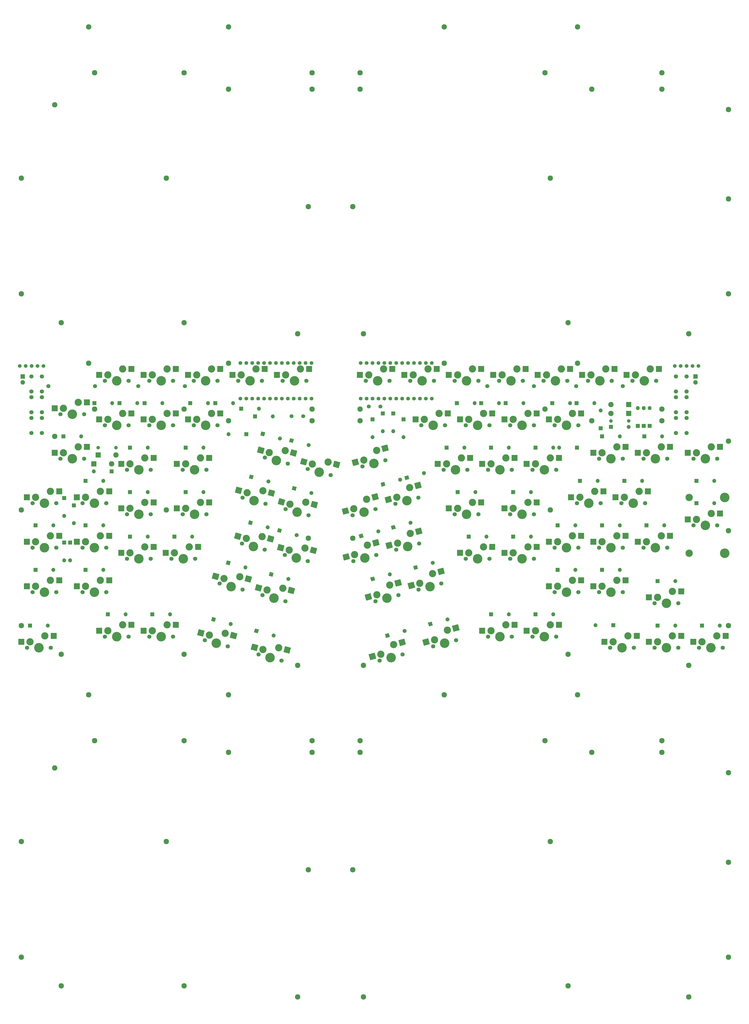
<source format=gbs>
%TF.GenerationSoftware,KiCad,Pcbnew,(5.1.6-0-10_14)*%
%TF.CreationDate,2020-09-04T13:20:55+09:00*%
%TF.ProjectId,Right,52696768-742e-46b6-9963-61645f706362,rev?*%
%TF.SameCoordinates,Original*%
%TF.FileFunction,Soldermask,Bot*%
%TF.FilePolarity,Negative*%
%FSLAX46Y46*%
G04 Gerber Fmt 4.6, Leading zero omitted, Abs format (unit mm)*
G04 Created by KiCad (PCBNEW (5.1.6-0-10_14)) date 2020-09-04 13:20:55*
%MOMM*%
%LPD*%
G01*
G04 APERTURE LIST*
%ADD10C,1.624000*%
%ADD11C,1.750000*%
%ADD12C,1.800000*%
%ADD13C,1.900000*%
%ADD14R,1.900000X1.900000*%
%ADD15C,1.600000*%
%ADD16C,2.300000*%
%ADD17O,1.700000X1.700000*%
%ADD18R,1.700000X1.700000*%
%ADD19R,2.650000X2.600000*%
%ADD20C,3.100000*%
%ADD21C,4.087800*%
%ADD22C,1.801800*%
%ADD23C,3.148000*%
%ADD24O,1.500000X1.500000*%
%ADD25C,1.500000*%
%ADD26O,2.300000X2.300000*%
%ADD27R,2.300000X2.300000*%
%ADD28C,0.100000*%
%ADD29C,1.700000*%
G04 APERTURE END LIST*
D10*
%TO.C,BPM1*%
X226365000Y-7620000D03*
X226365000Y7620000D03*
X223825000Y-7620400D03*
X221285000Y-7620400D03*
X218745000Y-7620400D03*
X216205000Y-7620400D03*
X213665000Y-7620400D03*
X211125000Y-7620400D03*
X208585000Y-7620400D03*
X206045000Y-7620400D03*
X203505000Y-7620400D03*
X200965000Y-7620400D03*
X198425000Y-7620400D03*
X195885000Y-7620400D03*
X195885000Y7619600D03*
X198425000Y7619600D03*
X200965000Y7619600D03*
X203505000Y7619600D03*
X206045000Y7619600D03*
X208585000Y7619600D03*
X211125000Y7619600D03*
X213665000Y7619600D03*
X216205000Y7619600D03*
X218745000Y7619600D03*
X221285000Y7619600D03*
X223825000Y7619600D03*
%TD*%
%TO.C,BPM2*%
X247385000Y7620000D03*
X247385000Y-7620000D03*
X249925000Y7620400D03*
X252465000Y7620400D03*
X255005000Y7620400D03*
X257545000Y7620400D03*
X260085000Y7620400D03*
X262625000Y7620400D03*
X265165000Y7620400D03*
X267705000Y7620400D03*
X270245000Y7620400D03*
X272785000Y7620400D03*
X275325000Y7620400D03*
X277865000Y7620400D03*
X277865000Y-7619600D03*
X275325000Y-7619600D03*
X272785000Y-7619600D03*
X270245000Y-7619600D03*
X267705000Y-7619600D03*
X265165000Y-7619600D03*
X262625000Y-7619600D03*
X260085000Y-7619600D03*
X257545000Y-7619600D03*
X255005000Y-7619600D03*
X252465000Y-7619600D03*
X249925000Y-7619600D03*
%TD*%
D11*
%TO.C,U1*%
X152100000Y-2290000D03*
X172100000Y-2290000D03*
%TD*%
%TO.C,U2*%
X113570000Y-2290000D03*
X133570000Y-2290000D03*
%TD*%
%TO.C,U4*%
X321660000Y-2290000D03*
X301660000Y-2290000D03*
%TD*%
%TO.C,U3*%
X359760000Y-2290000D03*
X339760000Y-2290000D03*
%TD*%
D12*
%TO.C,SW1005*%
X387085000Y-15875000D03*
X387085000Y-22375000D03*
X382585000Y-15875000D03*
X382585000Y-22375000D03*
%TD*%
%TO.C,SW1004*%
X387085000Y-6985000D03*
X387085000Y-13485000D03*
X382585000Y-6985000D03*
X382585000Y-13485000D03*
%TD*%
%TO.C,SW1003*%
X387085000Y1905000D03*
X387085000Y-4595000D03*
X382585000Y1905000D03*
X382585000Y-4595000D03*
%TD*%
%TO.C,SW1002*%
X110795000Y1905000D03*
X110795000Y-4595000D03*
X106295000Y1905000D03*
X106295000Y-4595000D03*
%TD*%
%TO.C,SW1001*%
X110795000Y-6985000D03*
X110795000Y-13485000D03*
X106295000Y-6985000D03*
X106295000Y-13485000D03*
%TD*%
%TO.C,SW1000*%
X110795000Y-15875000D03*
X110795000Y-22375000D03*
X106295000Y-15875000D03*
X106295000Y-22375000D03*
%TD*%
D13*
%TO.C,LED2*%
X390895000Y-635000D03*
D14*
X390895000Y1905000D03*
%TD*%
D13*
%TO.C,LED1*%
X102540000Y-635000D03*
D14*
X102540000Y1905000D03*
%TD*%
D15*
%TO.C,SWITCH1*%
X382005000Y6350000D03*
X384545000Y6350000D03*
X387085000Y6350000D03*
X389625000Y6350000D03*
X392165000Y6350000D03*
%TD*%
D16*
%TO.C,REF\u002A\u002A*%
X346445000Y-159105000D03*
%TD*%
%TO.C,REF\u002A\u002A*%
X326425000Y-154105000D03*
%TD*%
%TO.C,REF\u002A\u002A*%
X247162500Y-159105000D03*
%TD*%
%TO.C,REF\u002A\u002A*%
X376512500Y-159105000D03*
%TD*%
%TO.C,REF\u002A\u002A*%
X376512500Y-154105000D03*
%TD*%
%TO.C,REF\u002A\u002A*%
X171700000Y-154105000D03*
%TD*%
%TO.C,REF\u002A\u002A*%
X226587500Y-159105000D03*
%TD*%
%TO.C,REF\u002A\u002A*%
X190805000Y-159105000D03*
%TD*%
%TO.C,REF\u002A\u002A*%
X133350000Y-154105000D03*
%TD*%
%TO.C,REF\u002A\u002A*%
X116287500Y118187500D03*
%TD*%
D17*
%TO.C,D61*%
X261355000Y-21590000D03*
D18*
X261355000Y-13970000D03*
%TD*%
D16*
%TO.C,REF\u002A\u002A*%
X226587500Y124895000D03*
%TD*%
%TO.C,REF\u002A\u002A*%
X226587500Y131895000D03*
%TD*%
%TO.C,REF\u002A\u002A*%
X190805000Y151525000D03*
%TD*%
%TO.C,REF\u002A\u002A*%
X130810000Y151525000D03*
%TD*%
%TO.C,REF\u002A\u002A*%
X133350000Y131895000D03*
%TD*%
%TO.C,REF\u002A\u002A*%
X102000000Y86755000D03*
%TD*%
%TO.C,REF\u002A\u002A*%
X102000000Y37225000D03*
%TD*%
%TO.C,REF\u002A\u002A*%
X119050000Y24937500D03*
%TD*%
%TO.C,REF\u002A\u002A*%
X171755000Y24937500D03*
%TD*%
%TO.C,REF\u002A\u002A*%
X220393243Y20175000D03*
%TD*%
%TO.C,REF\u002A\u002A*%
X164135000Y86755000D03*
%TD*%
%TO.C,REF\u002A\u002A*%
X171700000Y131895000D03*
%TD*%
%TO.C,REF\u002A\u002A*%
X190805000Y124895000D03*
%TD*%
%TO.C,REF\u002A\u002A*%
X224948358Y74601757D03*
%TD*%
%TO.C,REF\u002A\u002A*%
X116287500Y-165812500D03*
%TD*%
D19*
%TO.C,SW0*%
X130102500Y-9207500D03*
D20*
X126352500Y-9207500D03*
X120002500Y-11747500D03*
D21*
X123812500Y-14287500D03*
D22*
X128892500Y-14287500D03*
X118732500Y-14287500D03*
D19*
X116252500Y-11747500D03*
%TD*%
D16*
%TO.C,REF\u002A\u002A*%
X116287500Y-23812500D03*
%TD*%
%TO.C,REF\u002A\u002A*%
X226587500Y-154105000D03*
%TD*%
%TO.C,REF\u002A\u002A*%
X190805000Y-134475000D03*
%TD*%
%TO.C,REF\u002A\u002A*%
X130810000Y-134475000D03*
%TD*%
%TO.C,REF\u002A\u002A*%
X102000000Y-197245000D03*
%TD*%
%TO.C,REF\u002A\u002A*%
X102000000Y-246775000D03*
%TD*%
%TO.C,REF\u002A\u002A*%
X119050000Y-259062500D03*
%TD*%
%TO.C,REF\u002A\u002A*%
X171755000Y-259062500D03*
%TD*%
%TO.C,REF\u002A\u002A*%
X220393243Y-263825000D03*
%TD*%
%TO.C,REF\u002A\u002A*%
X164135000Y-197245000D03*
%TD*%
%TO.C,REF\u002A\u002A*%
X224948358Y-209398243D03*
%TD*%
%TO.C,REF\u002A\u002A*%
X224948358Y-67398243D03*
%TD*%
%TO.C,REF\u002A\u002A*%
X190805000Y-17105000D03*
%TD*%
%TO.C,REF\u002A\u002A*%
X171700000Y-12105000D03*
%TD*%
%TO.C,REF\u002A\u002A*%
X164135000Y-55245000D03*
%TD*%
%TO.C,REF\u002A\u002A*%
X220393243Y-121825000D03*
%TD*%
%TO.C,REF\u002A\u002A*%
X171755000Y-117062500D03*
%TD*%
%TO.C,REF\u002A\u002A*%
X119050000Y-117062500D03*
%TD*%
%TO.C,REF\u002A\u002A*%
X102000000Y-104775000D03*
%TD*%
%TO.C,REF\u002A\u002A*%
X102000000Y-55245000D03*
%TD*%
%TO.C,REF\u002A\u002A*%
X133350000Y-12105000D03*
%TD*%
%TO.C,REF\u002A\u002A*%
X130810000Y7525000D03*
%TD*%
%TO.C,REF\u002A\u002A*%
X190805000Y7525000D03*
%TD*%
%TO.C,REF\u002A\u002A*%
X226587500Y-12105000D03*
%TD*%
%TO.C,REF\u002A\u002A*%
X226587500Y-17105000D03*
%TD*%
D21*
%TO.C,REF\u002A\u002A*%
X403436000Y-73850500D03*
X403436000Y-49974500D03*
D23*
X388196000Y-49974500D03*
X388196000Y-73850500D03*
%TD*%
D19*
%TO.C,SW43*%
X177727500Y-71120000D03*
D20*
X173977500Y-71120000D03*
X167627500Y-73660000D03*
D21*
X171437500Y-76200000D03*
D22*
X176517500Y-76200000D03*
X166357500Y-76200000D03*
D19*
X163877500Y-73660000D03*
%TD*%
D24*
%TO.C,R1*%
X142545000Y-28575000D03*
D25*
X134925000Y-28575000D03*
%TD*%
D26*
%TO.C,DD1*%
X142545000Y-31750000D03*
D27*
X134925000Y-31750000D03*
%TD*%
%TO.C,DD2*%
X133020000Y-35560000D03*
D26*
X140640000Y-35560000D03*
%TD*%
D28*
%TO.C,SW14*%
G36*
X217049014Y-31785259D02*
G01*
X217721943Y-29273852D01*
X220281646Y-29959723D01*
X219608717Y-32471130D01*
X217049014Y-31785259D01*
G37*
D20*
X215043108Y-29901919D03*
X208252079Y-30711870D03*
D21*
X211274856Y-34151422D03*
D22*
X216181759Y-35466223D03*
X206367953Y-32836621D03*
D28*
G36*
X203013541Y-30654066D02*
G01*
X203686470Y-28142659D01*
X206246173Y-28828530D01*
X205573244Y-31339937D01*
X203013541Y-30654066D01*
G37*
%TD*%
D19*
%TO.C,SW13*%
X187252500Y-13970000D03*
D20*
X183502500Y-13970000D03*
X177152500Y-16510000D03*
D21*
X180962500Y-19050000D03*
D22*
X186042500Y-19050000D03*
X175882500Y-19050000D03*
D19*
X173402500Y-16510000D03*
%TD*%
%TO.C,SW42*%
X158677500Y-71120000D03*
D20*
X154927500Y-71120000D03*
X148577500Y-73660000D03*
D21*
X152387500Y-76200000D03*
D22*
X157467500Y-76200000D03*
X147307500Y-76200000D03*
D19*
X144827500Y-73660000D03*
%TD*%
%TO.C,SW41*%
X139627500Y-85407500D03*
D20*
X135877500Y-85407500D03*
X129527500Y-87947500D03*
D21*
X133337500Y-90487500D03*
D22*
X138417500Y-90487500D03*
X128257500Y-90487500D03*
D19*
X125777500Y-87947500D03*
%TD*%
%TO.C,SW40*%
X118196000Y-85407500D03*
D20*
X114446000Y-85407500D03*
X108096000Y-87947500D03*
D21*
X111906000Y-90487500D03*
D22*
X116986000Y-90487500D03*
X106826000Y-90487500D03*
D19*
X104346000Y-87947500D03*
%TD*%
%TO.C,D45*%
G36*
G01*
X215608404Y-84617621D02*
X215608404Y-84617621D01*
G75*
G02*
X216649437Y-84016580I821037J-219996D01*
G01*
X216649437Y-84016580D01*
G75*
G02*
X217250478Y-85057613I-219996J-821037D01*
G01*
X217250478Y-85057613D01*
G75*
G02*
X216209445Y-85658654I-821037J219996D01*
G01*
X216209445Y-85658654D01*
G75*
G02*
X215608404Y-84617621I219996J821037D01*
G01*
G37*
D28*
G36*
X208028053Y-83466457D02*
G01*
X208468045Y-81824383D01*
X210110119Y-82264375D01*
X209670127Y-83906449D01*
X208028053Y-83466457D01*
G37*
%TD*%
%TO.C,D44*%
G36*
G01*
X197207517Y-79687118D02*
X197207517Y-79687118D01*
G75*
G02*
X198248550Y-79086077I821037J-219996D01*
G01*
X198248550Y-79086077D01*
G75*
G02*
X198849591Y-80127110I-219996J-821037D01*
G01*
X198849591Y-80127110D01*
G75*
G02*
X197808558Y-80728151I-821037J219996D01*
G01*
X197808558Y-80728151D01*
G75*
G02*
X197207517Y-79687118I219996J821037D01*
G01*
G37*
G36*
X189627166Y-78535954D02*
G01*
X190067158Y-76893880D01*
X191709232Y-77333872D01*
X191269240Y-78975946D01*
X189627166Y-78535954D01*
G37*
%TD*%
D17*
%TO.C,D43*%
X175247500Y-66675000D03*
D18*
X167627500Y-66675000D03*
%TD*%
D17*
%TO.C,D41*%
X137147500Y-80962500D03*
D18*
X129527500Y-80962500D03*
%TD*%
D17*
%TO.C,D40*%
X115716000Y-80962500D03*
D18*
X108096000Y-80962500D03*
%TD*%
%TO.C,D22*%
X148577500Y-28575000D03*
D17*
X156197500Y-28575000D03*
%TD*%
D19*
%TO.C,SW22*%
X158677500Y-33020000D03*
D20*
X154927500Y-33020000D03*
X148577500Y-35560000D03*
D21*
X152387500Y-38100000D03*
D22*
X157467500Y-38100000D03*
X147307500Y-38100000D03*
D19*
X144827500Y-35560000D03*
%TD*%
%TO.C,SW51*%
X149152500Y-104457500D03*
D20*
X145402500Y-104457500D03*
X139052500Y-106997500D03*
D21*
X142862500Y-109537500D03*
D22*
X147942500Y-109537500D03*
X137782500Y-109537500D03*
D19*
X135302500Y-106997500D03*
%TD*%
D18*
%TO.C,D30*%
X108096000Y-61912500D03*
D17*
X115716000Y-61912500D03*
%TD*%
D19*
%TO.C,SW11*%
X149152500Y-13970000D03*
D20*
X145402500Y-13970000D03*
X139052500Y-16510000D03*
D21*
X142862500Y-19050000D03*
D22*
X147942500Y-19050000D03*
X137782500Y-19050000D03*
D19*
X135302500Y-16510000D03*
%TD*%
%TO.C,SW50*%
X115815000Y-109220000D03*
D20*
X112065000Y-109220000D03*
X105715000Y-111760000D03*
D21*
X109525000Y-114300000D03*
D22*
X114605000Y-114300000D03*
X104445000Y-114300000D03*
D19*
X101965000Y-111760000D03*
%TD*%
%TO.C,SW23*%
X182490000Y-33020000D03*
D20*
X178740000Y-33020000D03*
X172390000Y-35560000D03*
D21*
X176200000Y-38100000D03*
D22*
X181280000Y-38100000D03*
X171120000Y-38100000D03*
D19*
X168640000Y-35560000D03*
%TD*%
D18*
%TO.C,D51*%
X139052500Y-100012500D03*
D17*
X146672500Y-100012500D03*
%TD*%
D19*
%TO.C,SW32*%
X158677500Y-52070000D03*
D20*
X154927500Y-52070000D03*
X148577500Y-54610000D03*
D21*
X152387500Y-57150000D03*
D22*
X157467500Y-57150000D03*
X147307500Y-57150000D03*
D19*
X144827500Y-54610000D03*
%TD*%
D28*
%TO.C,D35*%
G36*
X211578967Y-64701041D02*
G01*
X212018959Y-63058967D01*
X213661033Y-63498959D01*
X213221041Y-65141033D01*
X211578967Y-64701041D01*
G37*
G36*
G01*
X219159318Y-65852205D02*
X219159318Y-65852205D01*
G75*
G02*
X220200351Y-65251164I821037J-219996D01*
G01*
X220200351Y-65251164D01*
G75*
G02*
X220801392Y-66292197I-219996J-821037D01*
G01*
X220801392Y-66292197D01*
G75*
G02*
X219760359Y-66893238I-821037J219996D01*
G01*
X219760359Y-66893238D01*
G75*
G02*
X219159318Y-65852205I219996J821037D01*
G01*
G37*
%TD*%
D19*
%TO.C,SW21*%
X139627500Y-47307500D03*
D20*
X135877500Y-47307500D03*
X129527500Y-49847500D03*
D21*
X133337500Y-52387500D03*
D22*
X138417500Y-52387500D03*
X128257500Y-52387500D03*
D19*
X125777500Y-49847500D03*
%TD*%
%TO.C,SW33*%
X182490000Y-52070000D03*
D20*
X178740000Y-52070000D03*
X172390000Y-54610000D03*
D21*
X176200000Y-57150000D03*
D22*
X181280000Y-57150000D03*
X171120000Y-57150000D03*
D19*
X168640000Y-54610000D03*
%TD*%
%TO.C,SW31*%
X139627500Y-66357500D03*
D20*
X135877500Y-66357500D03*
X129527500Y-68897500D03*
D21*
X133337500Y-71437500D03*
D22*
X138417500Y-71437500D03*
X128257500Y-71437500D03*
D19*
X125777500Y-68897500D03*
%TD*%
%TO.C,SW10*%
X130102500Y-28257500D03*
D20*
X126352500Y-28257500D03*
X120002500Y-30797500D03*
D21*
X123812500Y-33337500D03*
D22*
X128892500Y-33337500D03*
X118732500Y-33337500D03*
D19*
X116252500Y-30797500D03*
%TD*%
D18*
%TO.C,D20*%
X120320000Y-50165000D03*
D17*
X120320000Y-57785000D03*
%TD*%
%TO.C,D52*%
X165722500Y-100012500D03*
D18*
X158102500Y-100012500D03*
%TD*%
%TO.C,D32*%
X148577500Y-47625000D03*
D17*
X156197500Y-47625000D03*
%TD*%
%TO.C,D4*%
X203822500Y-11906250D03*
D18*
X196202500Y-11906250D03*
%TD*%
D28*
%TO.C,D53*%
G36*
X183301759Y-102769689D02*
G01*
X183741751Y-101127615D01*
X185383825Y-101567607D01*
X184943833Y-103209681D01*
X183301759Y-102769689D01*
G37*
G36*
G01*
X190882110Y-103920853D02*
X190882110Y-103920853D01*
G75*
G02*
X191923143Y-103319812I821037J-219996D01*
G01*
X191923143Y-103319812D01*
G75*
G02*
X192524184Y-104360845I-219996J-821037D01*
G01*
X192524184Y-104360845D01*
G75*
G02*
X191483151Y-104961886I-821037J219996D01*
G01*
X191483151Y-104961886D01*
G75*
G02*
X190882110Y-103920853I219996J821037D01*
G01*
G37*
%TD*%
D18*
%TO.C,D33*%
X172390000Y-47625000D03*
D17*
X180010000Y-47625000D03*
%TD*%
D18*
%TO.C,D23*%
X172390000Y-28575000D03*
D17*
X180010000Y-28575000D03*
%TD*%
%TO.C,D13*%
X190805000Y-22860000D03*
D18*
X198425000Y-22860000D03*
%TD*%
D17*
%TO.C,D3*%
X192710000Y-9525000D03*
D18*
X185090000Y-9525000D03*
%TD*%
D28*
%TO.C,D54*%
G36*
X201702163Y-107700062D02*
G01*
X202142155Y-106057988D01*
X203784229Y-106497980D01*
X203344237Y-108140054D01*
X201702163Y-107700062D01*
G37*
G36*
G01*
X209282514Y-108851226D02*
X209282514Y-108851226D01*
G75*
G02*
X210323547Y-108250185I821037J-219996D01*
G01*
X210323547Y-108250185D01*
G75*
G02*
X210924588Y-109291218I-219996J-821037D01*
G01*
X210924588Y-109291218D01*
G75*
G02*
X209883555Y-109892259I-821037J219996D01*
G01*
X209883555Y-109892259D01*
G75*
G02*
X209282514Y-108851226I219996J821037D01*
G01*
G37*
%TD*%
%TO.C,D14*%
G36*
G01*
X211999026Y-24484457D02*
X211999026Y-24484457D01*
G75*
G02*
X213040059Y-23883416I821037J-219996D01*
G01*
X213040059Y-23883416D01*
G75*
G02*
X213641100Y-24924449I-219996J-821037D01*
G01*
X213641100Y-24924449D01*
G75*
G02*
X212600067Y-25525490I-821037J219996D01*
G01*
X212600067Y-25525490D01*
G75*
G02*
X211999026Y-24484457I219996J821037D01*
G01*
G37*
G36*
X204418675Y-23333293D02*
G01*
X204858667Y-21691219D01*
X206500741Y-22131211D01*
X206060749Y-23773285D01*
X204418675Y-23333293D01*
G37*
%TD*%
D19*
%TO.C,SW30*%
X118196000Y-66357500D03*
D20*
X114446000Y-66357500D03*
X108096000Y-68897500D03*
D21*
X111906000Y-71437500D03*
D22*
X116986000Y-71437500D03*
X106826000Y-71437500D03*
D19*
X104346000Y-68897500D03*
%TD*%
%TO.C,SW20*%
X118196000Y-47307500D03*
D20*
X114446000Y-47307500D03*
X108096000Y-49847500D03*
D21*
X111906000Y-52387500D03*
D22*
X116986000Y-52387500D03*
X106826000Y-52387500D03*
D19*
X104346000Y-49847500D03*
%TD*%
D17*
%TO.C,D12*%
X181994375Y-9525000D03*
D18*
X174374375Y-9525000D03*
%TD*%
D19*
%TO.C,SW3*%
X187252500Y5080000D03*
D20*
X183502500Y5080000D03*
X177152500Y2540000D03*
D21*
X180962500Y0D03*
D22*
X186042500Y0D03*
X175882500Y0D03*
D19*
X173402500Y2540000D03*
%TD*%
%TO.C,SW52*%
X168202500Y-104457500D03*
D20*
X164452500Y-104457500D03*
X158102500Y-106997500D03*
D21*
X161912500Y-109537500D03*
D22*
X166992500Y-109537500D03*
X156832500Y-109537500D03*
D19*
X154352500Y-106997500D03*
%TD*%
D17*
%TO.C,D2*%
X162388750Y-9525000D03*
D18*
X154768750Y-9525000D03*
%TD*%
D28*
%TO.C,D25*%
G36*
X217889059Y-46664683D02*
G01*
X218329051Y-45022609D01*
X219971125Y-45462601D01*
X219531133Y-47104675D01*
X217889059Y-46664683D01*
G37*
G36*
G01*
X225469410Y-47815847D02*
X225469410Y-47815847D01*
G75*
G02*
X226510443Y-47214806I821037J-219996D01*
G01*
X226510443Y-47214806D01*
G75*
G02*
X227111484Y-48255839I-219996J-821037D01*
G01*
X227111484Y-48255839D01*
G75*
G02*
X226070451Y-48856880I-821037J219996D01*
G01*
X226070451Y-48856880D01*
G75*
G02*
X225469410Y-47815847I219996J821037D01*
G01*
G37*
%TD*%
%TO.C,D15*%
G36*
X216718967Y-26161041D02*
G01*
X217158959Y-24518967D01*
X218801033Y-24958959D01*
X218361041Y-26601033D01*
X216718967Y-26161041D01*
G37*
G36*
G01*
X224299318Y-27312205D02*
X224299318Y-27312205D01*
G75*
G02*
X225340351Y-26711164I821037J-219996D01*
G01*
X225340351Y-26711164D01*
G75*
G02*
X225941392Y-27752197I-219996J-821037D01*
G01*
X225941392Y-27752197D01*
G75*
G02*
X224900359Y-28353238I-821037J219996D01*
G01*
X224900359Y-28353238D01*
G75*
G02*
X224299318Y-27312205I219996J821037D01*
G01*
G37*
%TD*%
D17*
%TO.C,D5*%
X209728000Y-15240000D03*
D18*
X202108000Y-15240000D03*
%TD*%
D28*
%TO.C,D34*%
G36*
X199157891Y-61367693D02*
G01*
X199597883Y-59725619D01*
X201239957Y-60165611D01*
X200799965Y-61807685D01*
X199157891Y-61367693D01*
G37*
G36*
G01*
X206738242Y-62518857D02*
X206738242Y-62518857D01*
G75*
G02*
X207779275Y-61917816I821037J-219996D01*
G01*
X207779275Y-61917816D01*
G75*
G02*
X208380316Y-62958849I-219996J-821037D01*
G01*
X208380316Y-62958849D01*
G75*
G02*
X207339283Y-63559890I-821037J219996D01*
G01*
X207339283Y-63559890D01*
G75*
G02*
X206738242Y-62518857I219996J821037D01*
G01*
G37*
%TD*%
%TO.C,D24*%
G36*
X199488172Y-41734180D02*
G01*
X199928164Y-40092106D01*
X201570238Y-40532098D01*
X201130246Y-42174172D01*
X199488172Y-41734180D01*
G37*
G36*
G01*
X207068523Y-42885344D02*
X207068523Y-42885344D01*
G75*
G02*
X208109556Y-42284303I821037J-219996D01*
G01*
X208109556Y-42284303D01*
G75*
G02*
X208710597Y-43325336I-219996J-821037D01*
G01*
X208710597Y-43325336D01*
G75*
G02*
X207669564Y-43926377I-821037J219996D01*
G01*
X207669564Y-43926377D01*
G75*
G02*
X207068523Y-42885344I219996J821037D01*
G01*
G37*
%TD*%
D17*
%TO.C,D0*%
X133020000Y-38735000D03*
D18*
X140640000Y-38735000D03*
%TD*%
D29*
%TO.C,C1*%
X217758200Y-15189200D03*
X222758200Y-15189200D03*
%TD*%
D18*
%TO.C,D10*%
X120002500Y-23812500D03*
D17*
X127622500Y-23812500D03*
%TD*%
%TO.C,D11*%
X151673125Y-9525000D03*
D18*
X144053125Y-9525000D03*
%TD*%
D17*
%TO.C,D1*%
X140957500Y-9525000D03*
D18*
X133337500Y-9525000D03*
%TD*%
%TO.C,D50*%
X105714700Y-104775000D03*
D17*
X113334700Y-104775000D03*
%TD*%
D18*
%TO.C,D31*%
X129527500Y-61912500D03*
D17*
X137147500Y-61912500D03*
%TD*%
D18*
%TO.C,D21*%
X129527500Y-42862500D03*
D17*
X137147500Y-42862500D03*
%TD*%
D28*
%TO.C,SW44*%
G36*
X197657283Y-85755294D02*
G01*
X198330212Y-83243887D01*
X200889915Y-83929758D01*
X200216986Y-86441165D01*
X197657283Y-85755294D01*
G37*
D20*
X195651377Y-83871954D03*
X188860348Y-84681905D03*
D21*
X191883125Y-88121457D03*
D22*
X196790028Y-89436258D03*
X186976222Y-86806656D03*
D28*
G36*
X183621810Y-84624101D02*
G01*
X184294739Y-82112694D01*
X186854442Y-82798565D01*
X186181513Y-85309972D01*
X183621810Y-84624101D01*
G37*
%TD*%
%TO.C,SW45*%
G36*
X216058170Y-90685797D02*
G01*
X216731099Y-88174390D01*
X219290802Y-88860261D01*
X218617873Y-91371668D01*
X216058170Y-90685797D01*
G37*
D20*
X214052264Y-88802457D03*
X207261235Y-89612408D03*
D21*
X210284012Y-93051960D03*
D22*
X215190915Y-94366761D03*
X205377109Y-91737159D03*
D28*
G36*
X202022697Y-89554604D02*
G01*
X202695626Y-87043197D01*
X205255329Y-87729068D01*
X204582400Y-90240475D01*
X202022697Y-89554604D01*
G37*
%TD*%
D17*
%TO.C,D42*%
X156197500Y-66675000D03*
D18*
X148577500Y-66675000D03*
%TD*%
D28*
%TO.C,SW24*%
G36*
X207518289Y-48953520D02*
G01*
X208191218Y-46442113D01*
X210750921Y-47127984D01*
X210077992Y-49639391D01*
X207518289Y-48953520D01*
G37*
D20*
X205512383Y-47070180D03*
X198721354Y-47880131D03*
D21*
X201744131Y-51319683D03*
D22*
X206651034Y-52634484D03*
X196837228Y-50004882D03*
D28*
G36*
X193482816Y-47822327D02*
G01*
X194155745Y-45310920D01*
X196715448Y-45996791D01*
X196042519Y-48508198D01*
X193482816Y-47822327D01*
G37*
%TD*%
D18*
%TO.C,D1000*%
X124460000Y-53340000D03*
D17*
X124460000Y-60960000D03*
%TD*%
D28*
%TO.C,SW35*%
G36*
X225588895Y-73517536D02*
G01*
X226261824Y-71006129D01*
X228821527Y-71692000D01*
X228148598Y-74203407D01*
X225588895Y-73517536D01*
G37*
D20*
X223582989Y-71634196D03*
X216791960Y-72444147D03*
D21*
X219814737Y-75883699D03*
D22*
X224721640Y-77198500D03*
X214907834Y-74568898D03*
D28*
G36*
X211553422Y-72386343D02*
G01*
X212226351Y-69874936D01*
X214786054Y-70560807D01*
X214113125Y-73072214D01*
X211553422Y-72386343D01*
G37*
%TD*%
D19*
%TO.C,SW2*%
X168202500Y5080000D03*
D20*
X164452500Y5080000D03*
X158102500Y2540000D03*
D21*
X161912500Y0D03*
D22*
X166992500Y0D03*
X156832500Y0D03*
D19*
X154352500Y2540000D03*
%TD*%
D28*
%TO.C,SW25*%
G36*
X225919176Y-53884023D02*
G01*
X226592105Y-51372616D01*
X229151808Y-52058487D01*
X228478879Y-54569894D01*
X225919176Y-53884023D01*
G37*
D20*
X223913270Y-52000683D03*
X217122241Y-52810634D03*
D21*
X220145018Y-56250186D03*
D22*
X225051921Y-57564987D03*
X215238115Y-54935385D03*
D28*
G36*
X211883703Y-52752830D02*
G01*
X212556632Y-50241423D01*
X215116335Y-50927294D01*
X214443406Y-53438701D01*
X211883703Y-52752830D01*
G37*
%TD*%
D19*
%TO.C,SW4*%
X206302500Y5080000D03*
D20*
X202552500Y5080000D03*
X196202500Y2540000D03*
D21*
X200012500Y0D03*
D22*
X205092500Y0D03*
X194932500Y0D03*
D19*
X192452500Y2540000D03*
%TD*%
D28*
%TO.C,SW34*%
G36*
X207188008Y-68587033D02*
G01*
X207860937Y-66075626D01*
X210420640Y-66761497D01*
X209747711Y-69272904D01*
X207188008Y-68587033D01*
G37*
D20*
X205182102Y-66703693D03*
X198391073Y-67513644D03*
D21*
X201413850Y-70953196D03*
D22*
X206320753Y-72267997D03*
X196506947Y-69638395D03*
D28*
G36*
X193152535Y-67455840D02*
G01*
X193825464Y-64944433D01*
X196385167Y-65630304D01*
X195712238Y-68141711D01*
X193152535Y-67455840D01*
G37*
%TD*%
%TO.C,SW15*%
G36*
X235449901Y-36715762D02*
G01*
X236122830Y-34204355D01*
X238682533Y-34890226D01*
X238009604Y-37401633D01*
X235449901Y-36715762D01*
G37*
D20*
X233443995Y-34832422D03*
X226652966Y-35642373D03*
D21*
X229675743Y-39081925D03*
D22*
X234582646Y-40396726D03*
X224768840Y-37767124D03*
D28*
G36*
X221414428Y-35584569D02*
G01*
X222087357Y-33073162D01*
X224647060Y-33759033D01*
X223974131Y-36270440D01*
X221414428Y-35584569D01*
G37*
%TD*%
%TO.C,SW54*%
G36*
X214332502Y-116152028D02*
G01*
X215005431Y-113640621D01*
X217565134Y-114326492D01*
X216892205Y-116837899D01*
X214332502Y-116152028D01*
G37*
D20*
X212326596Y-114268688D03*
X205535567Y-115078639D03*
D21*
X208558344Y-118518191D03*
D22*
X213465247Y-119832992D03*
X203651441Y-117203390D03*
D28*
G36*
X200297029Y-115020835D02*
G01*
X200969958Y-112509428D01*
X203529661Y-113195299D01*
X202856732Y-115706706D01*
X200297029Y-115020835D01*
G37*
%TD*%
D19*
%TO.C,SW12*%
X168202500Y-13970000D03*
D20*
X164452500Y-13970000D03*
X158102500Y-16510000D03*
D21*
X161912500Y-19050000D03*
D22*
X166992500Y-19050000D03*
X156832500Y-19050000D03*
D19*
X154352500Y-16510000D03*
%TD*%
D18*
%TO.C,D1002*%
X122860000Y-69215000D03*
D17*
X122860000Y-76835000D03*
%TD*%
D18*
%TO.C,D1001*%
X120320000Y-69215000D03*
D17*
X120320000Y-76835000D03*
%TD*%
D28*
%TO.C,SW53*%
G36*
X191331876Y-109989029D02*
G01*
X192004805Y-107477622D01*
X194564508Y-108163493D01*
X193891579Y-110674900D01*
X191331876Y-109989029D01*
G37*
D20*
X189325970Y-108105689D03*
X182534941Y-108915640D03*
D21*
X185557718Y-112355192D03*
D22*
X190464621Y-113669993D03*
X180650815Y-111040391D03*
D28*
G36*
X177296403Y-108857836D02*
G01*
X177969332Y-106346429D01*
X180529035Y-107032300D01*
X179856106Y-109543707D01*
X177296403Y-108857836D01*
G37*
%TD*%
D19*
%TO.C,SW5*%
X225352500Y5080000D03*
D20*
X221602500Y5080000D03*
X215252500Y2540000D03*
D21*
X219062500Y0D03*
D22*
X224142500Y0D03*
X213982500Y0D03*
D19*
X211502500Y2540000D03*
%TD*%
D15*
%TO.C,SWITCH0*%
X101270000Y6350000D03*
X103810000Y6350000D03*
X106350000Y6350000D03*
X108890000Y6350000D03*
X111430000Y6350000D03*
%TD*%
D19*
%TO.C,SW1*%
X149152500Y5080000D03*
D20*
X145402500Y5080000D03*
X139052500Y2540000D03*
D21*
X142862500Y0D03*
D22*
X147942500Y0D03*
X137782500Y0D03*
D19*
X135302500Y2540000D03*
%TD*%
D17*
%TO.C,D73*%
X337131660Y-9525000D03*
D18*
X329511660Y-9525000D03*
%TD*%
D17*
%TO.C,D64*%
X347573880Y-9525000D03*
D18*
X339953880Y-9525000D03*
%TD*%
D16*
%TO.C,REF\u002A\u002A*%
X247162500Y124895000D03*
%TD*%
%TO.C,REF\u002A\u002A*%
X328665000Y86755000D03*
%TD*%
%TO.C,REF\u002A\u002A*%
X346445000Y124895000D03*
%TD*%
%TO.C,REF\u002A\u002A*%
X336285000Y24937500D03*
%TD*%
%TO.C,REF\u002A\u002A*%
X376512500Y131895000D03*
%TD*%
%TO.C,REF\u002A\u002A*%
X376512500Y124895000D03*
%TD*%
%TO.C,REF\u002A\u002A*%
X283262500Y151525000D03*
%TD*%
%TO.C,REF\u002A\u002A*%
X326425000Y131895000D03*
%TD*%
%TO.C,REF\u002A\u002A*%
X248594257Y20175000D03*
%TD*%
%TO.C,REF\u002A\u002A*%
X247162500Y131895000D03*
%TD*%
%TO.C,REF\u002A\u002A*%
X388037500Y20175000D03*
%TD*%
%TO.C,REF\u002A\u002A*%
X405087500Y77865000D03*
%TD*%
%TO.C,REF\u002A\u002A*%
X244039142Y74601757D03*
%TD*%
%TO.C,REF\u002A\u002A*%
X405087500Y37225000D03*
%TD*%
%TO.C,REF\u002A\u002A*%
X405087500Y116187500D03*
%TD*%
%TO.C,REF\u002A\u002A*%
X340412500Y151525000D03*
%TD*%
%TO.C,REF\u002A\u002A*%
X328665000Y-197245000D03*
%TD*%
%TO.C,REF\u002A\u002A*%
X336285000Y-259062500D03*
%TD*%
%TO.C,REF\u002A\u002A*%
X283262500Y-134475000D03*
%TD*%
%TO.C,REF\u002A\u002A*%
X248594257Y-263825000D03*
%TD*%
%TO.C,REF\u002A\u002A*%
X247162500Y-154105000D03*
%TD*%
%TO.C,REF\u002A\u002A*%
X388037500Y-263825000D03*
%TD*%
%TO.C,REF\u002A\u002A*%
X405087500Y-206135000D03*
%TD*%
%TO.C,REF\u002A\u002A*%
X244039142Y-209398243D03*
%TD*%
%TO.C,REF\u002A\u002A*%
X405087500Y-246775000D03*
%TD*%
%TO.C,REF\u002A\u002A*%
X405087500Y-167812500D03*
%TD*%
%TO.C,REF\u002A\u002A*%
X340412500Y-134475000D03*
%TD*%
%TO.C,REF\u002A\u002A*%
X247162500Y-17105000D03*
%TD*%
%TO.C,REF\u002A\u002A*%
X247162500Y-12105000D03*
%TD*%
%TO.C,REF\u002A\u002A*%
X283262500Y7525000D03*
%TD*%
%TO.C,REF\u002A\u002A*%
X340412500Y7525000D03*
%TD*%
%TO.C,REF\u002A\u002A*%
X376512500Y-17105000D03*
%TD*%
%TO.C,REF\u002A\u002A*%
X376512500Y-12105000D03*
%TD*%
%TO.C,REF\u002A\u002A*%
X326425000Y-12105000D03*
%TD*%
%TO.C,REF\u002A\u002A*%
X346445000Y-17105000D03*
%TD*%
%TO.C,REF\u002A\u002A*%
X244039142Y-67398243D03*
%TD*%
%TO.C,REF\u002A\u002A*%
X405087500Y-25812500D03*
%TD*%
%TO.C,REF\u002A\u002A*%
X405087500Y-64135000D03*
%TD*%
%TO.C,REF\u002A\u002A*%
X328665000Y-55245000D03*
%TD*%
%TO.C,REF\u002A\u002A*%
X405087500Y-104775000D03*
%TD*%
%TO.C,REF\u002A\u002A*%
X388037500Y-121825000D03*
%TD*%
%TO.C,REF\u002A\u002A*%
X336285000Y-117062500D03*
%TD*%
%TO.C,REF\u002A\u002A*%
X248594257Y-121825000D03*
%TD*%
D28*
%TO.C,SW70*%
G36*
X256929909Y-30447812D02*
G01*
X256256980Y-27936405D01*
X258816683Y-27250534D01*
X259489612Y-29761941D01*
X256929909Y-30447812D01*
G37*
D20*
X254251074Y-29819744D03*
X248774845Y-33916697D03*
D21*
X253112423Y-35384048D03*
D22*
X258019326Y-34069247D03*
X248205520Y-36698849D03*
D28*
G36*
X244209236Y-36485907D02*
G01*
X243536307Y-33974500D01*
X246096010Y-33288629D01*
X246768939Y-35800036D01*
X244209236Y-36485907D01*
G37*
%TD*%
D19*
%TO.C,SW77*%
X401471000Y-28257500D03*
D20*
X397721000Y-28257500D03*
X391371000Y-30797500D03*
D21*
X395181000Y-33337500D03*
D22*
X400261000Y-33337500D03*
X390101000Y-33337500D03*
D19*
X387621000Y-30797500D03*
%TD*%
D17*
%TO.C,D77*%
X398991000Y-42862500D03*
D18*
X391371000Y-42862500D03*
%TD*%
D17*
%TO.C,D66*%
X362320000Y-19685000D03*
D18*
X354700000Y-19685000D03*
%TD*%
D26*
%TO.C,DD4*%
X354700000Y-13970000D03*
D27*
X362320000Y-13970000D03*
%TD*%
D26*
%TO.C,DD3*%
X354700000Y-10160000D03*
D27*
X362320000Y-10160000D03*
%TD*%
D19*
%TO.C,SW66*%
X375277500Y5080000D03*
D20*
X371527500Y5080000D03*
X365177500Y2540000D03*
D21*
X368987500Y0D03*
D22*
X374067500Y0D03*
X363907500Y0D03*
D19*
X361427500Y2540000D03*
%TD*%
%TO.C,SW114*%
X365752500Y-109220000D03*
D20*
X362002500Y-109220000D03*
X355652500Y-111760000D03*
D21*
X359462500Y-114300000D03*
D22*
X364542500Y-114300000D03*
X354382500Y-114300000D03*
D19*
X351902500Y-111760000D03*
%TD*%
D24*
%TO.C,R2*%
X354700000Y-17145000D03*
D25*
X362320000Y-17145000D03*
%TD*%
D17*
%TO.C,D1005*%
X371267000Y-11710000D03*
D18*
X371267000Y-19330000D03*
%TD*%
D17*
%TO.C,D1004*%
X368727000Y-11710000D03*
D18*
X368727000Y-19330000D03*
%TD*%
D17*
%TO.C,D1003*%
X366187000Y-11710000D03*
D18*
X366187000Y-19330000D03*
%TD*%
%TO.C,D81*%
G36*
G01*
X273729318Y-39737795D02*
X273729318Y-39737795D01*
G75*
G02*
X274330359Y-38696762I821037J219996D01*
G01*
X274330359Y-38696762D01*
G75*
G02*
X275371392Y-39297803I219996J-821037D01*
G01*
X275371392Y-39297803D01*
G75*
G02*
X274770351Y-40338836I-821037J-219996D01*
G01*
X274770351Y-40338836D01*
G75*
G02*
X273729318Y-39737795I-219996J821037D01*
G01*
G37*
D28*
G36*
X266588959Y-42531033D02*
G01*
X266148967Y-40888959D01*
X267791041Y-40448967D01*
X268231033Y-42091041D01*
X266588959Y-42531033D01*
G37*
%TD*%
%TO.C,D80*%
G36*
G01*
X263516816Y-42548387D02*
X263516816Y-42548387D01*
G75*
G02*
X264117857Y-41507354I821037J219996D01*
G01*
X264117857Y-41507354D01*
G75*
G02*
X265158890Y-42108395I219996J-821037D01*
G01*
X265158890Y-42108395D01*
G75*
G02*
X264557849Y-43149428I-821037J-219996D01*
G01*
X264557849Y-43149428D01*
G75*
G02*
X263516816Y-42548387I-219996J821037D01*
G01*
G37*
G36*
X256376457Y-45341625D02*
G01*
X255936465Y-43699551D01*
X257578539Y-43259559D01*
X258018531Y-44901633D01*
X256376457Y-45341625D01*
G37*
%TD*%
D18*
%TO.C,D71*%
X256910000Y-13970000D03*
D17*
X256910000Y-21590000D03*
%TD*%
D28*
%TO.C,SW111*%
G36*
X287247268Y-107418956D02*
G01*
X286574339Y-104907549D01*
X289134042Y-104221678D01*
X289806971Y-106733085D01*
X287247268Y-107418956D01*
G37*
D20*
X284568433Y-106790888D03*
X279092204Y-110887841D03*
D21*
X283429782Y-112355192D03*
D22*
X288336685Y-111040391D03*
X278522879Y-113669993D03*
D28*
G36*
X274526595Y-113457051D02*
G01*
X273853666Y-110945644D01*
X276413369Y-110259773D01*
X277086298Y-112771180D01*
X274526595Y-113457051D01*
G37*
%TD*%
D19*
%TO.C,SW113*%
X332415000Y-104457500D03*
D20*
X328665000Y-104457500D03*
X322315000Y-106997500D03*
D21*
X326125000Y-109537500D03*
D22*
X331205000Y-109537500D03*
X321045000Y-109537500D03*
D19*
X318565000Y-106997500D03*
%TD*%
D17*
%TO.C,D74*%
X332475000Y-28575000D03*
D18*
X340095000Y-28575000D03*
%TD*%
D17*
%TO.C,D72*%
X306722220Y-9525000D03*
D18*
X299102220Y-9525000D03*
%TD*%
D17*
%TO.C,D63*%
X317164440Y-9525000D03*
D18*
X309544440Y-9525000D03*
%TD*%
D17*
%TO.C,D62*%
X296280000Y-9525000D03*
D18*
X288660000Y-9525000D03*
%TD*%
D17*
%TO.C,D60*%
X265800000Y-24130000D03*
D18*
X265800000Y-16510000D03*
%TD*%
D28*
%TO.C,SW91*%
G36*
X271391136Y-66016960D02*
G01*
X270718207Y-63505553D01*
X273277910Y-62819682D01*
X273950839Y-65331089D01*
X271391136Y-66016960D01*
G37*
D20*
X268712301Y-65388892D03*
X263236072Y-69485845D03*
D21*
X267573650Y-70953196D03*
D22*
X272480553Y-69638395D03*
X262666747Y-72267997D03*
D28*
G36*
X258670463Y-72055055D02*
G01*
X257997534Y-69543648D01*
X260557237Y-68857777D01*
X261230166Y-71369184D01*
X258670463Y-72055055D01*
G37*
%TD*%
D19*
%TO.C,SW116*%
X403852500Y-109220000D03*
D20*
X400102500Y-109220000D03*
X393752500Y-111760000D03*
D21*
X397562500Y-114300000D03*
D22*
X402642500Y-114300000D03*
X392482500Y-114300000D03*
D19*
X390002500Y-111760000D03*
%TD*%
%TO.C,SW115*%
X384802500Y-109220000D03*
D20*
X381052500Y-109220000D03*
X374702500Y-111760000D03*
D21*
X378512500Y-114300000D03*
D22*
X383592500Y-114300000D03*
X373432500Y-114300000D03*
D19*
X370952500Y-111760000D03*
%TD*%
%TO.C,SW112*%
X313365000Y-104457500D03*
D20*
X309615000Y-104457500D03*
X303265000Y-106997500D03*
D21*
X307075000Y-109537500D03*
D22*
X312155000Y-109537500D03*
X301995000Y-109537500D03*
D19*
X299515000Y-106997500D03*
%TD*%
D28*
%TO.C,SW110*%
G36*
X264246642Y-113581955D02*
G01*
X263573713Y-111070548D01*
X266133416Y-110384677D01*
X266806345Y-112896084D01*
X264246642Y-113581955D01*
G37*
D20*
X261567807Y-112953887D03*
X256091578Y-117050840D03*
D21*
X260429156Y-118518191D03*
D22*
X265336059Y-117203390D03*
X255522253Y-119832992D03*
D28*
G36*
X251525969Y-119620050D02*
G01*
X250853040Y-117108643D01*
X253412743Y-116422772D01*
X254085672Y-118934179D01*
X251525969Y-119620050D01*
G37*
%TD*%
D19*
%TO.C,SW106*%
X384802500Y-90170000D03*
D20*
X381052500Y-90170000D03*
X374702500Y-92710000D03*
D21*
X378512500Y-95250000D03*
D22*
X383592500Y-95250000D03*
X373432500Y-95250000D03*
D19*
X370952500Y-92710000D03*
%TD*%
%TO.C,SW105*%
X360990000Y-85407500D03*
D20*
X357240000Y-85407500D03*
X350890000Y-87947500D03*
D21*
X354700000Y-90487500D03*
D22*
X359780000Y-90487500D03*
X349620000Y-90487500D03*
D19*
X347140000Y-87947500D03*
%TD*%
%TO.C,SW104*%
X341940000Y-85407500D03*
D20*
X338190000Y-85407500D03*
X331840000Y-87947500D03*
D21*
X335650000Y-90487500D03*
D22*
X340730000Y-90487500D03*
X330570000Y-90487500D03*
D19*
X328090000Y-87947500D03*
%TD*%
%TO.C,SW103*%
X322890000Y-71120000D03*
D20*
X319140000Y-71120000D03*
X312790000Y-73660000D03*
D21*
X316600000Y-76200000D03*
D22*
X321680000Y-76200000D03*
X311520000Y-76200000D03*
D19*
X309040000Y-73660000D03*
%TD*%
%TO.C,SW102*%
X303840000Y-71120000D03*
D20*
X300090000Y-71120000D03*
X293740000Y-73660000D03*
D21*
X297550000Y-76200000D03*
D22*
X302630000Y-76200000D03*
X292470000Y-76200000D03*
D19*
X289990000Y-73660000D03*
%TD*%
D28*
%TO.C,SW101*%
G36*
X280921861Y-83185221D02*
G01*
X280248932Y-80673814D01*
X282808635Y-79987943D01*
X283481564Y-82499350D01*
X280921861Y-83185221D01*
G37*
D20*
X278243026Y-82557153D03*
X272766797Y-86654106D03*
D21*
X277104375Y-88121457D03*
D22*
X282011278Y-86806656D03*
X272197472Y-89436258D03*
D28*
G36*
X268201188Y-89223316D02*
G01*
X267528259Y-86711909D01*
X270087962Y-86026038D01*
X270760891Y-88537445D01*
X268201188Y-89223316D01*
G37*
%TD*%
%TO.C,SW100*%
G36*
X262520974Y-88115724D02*
G01*
X261848045Y-85604317D01*
X264407748Y-84918446D01*
X265080677Y-87429853D01*
X262520974Y-88115724D01*
G37*
D20*
X259842139Y-87487656D03*
X254365910Y-91584609D03*
D21*
X258703488Y-93051960D03*
D22*
X263610391Y-91737159D03*
X253796585Y-94366761D03*
D28*
G36*
X249800301Y-94153819D02*
G01*
X249127372Y-91642412D01*
X251687075Y-90956541D01*
X252360004Y-93467948D01*
X249800301Y-94153819D01*
G37*
%TD*%
D19*
%TO.C,SW96*%
X380040000Y-66357500D03*
D20*
X376290000Y-66357500D03*
X369940000Y-68897500D03*
D21*
X373750000Y-71437500D03*
D22*
X378830000Y-71437500D03*
X368670000Y-71437500D03*
D19*
X366190000Y-68897500D03*
%TD*%
%TO.C,SW95*%
X360990000Y-66357500D03*
D20*
X357240000Y-66357500D03*
X350890000Y-68897500D03*
D21*
X354700000Y-71437500D03*
D22*
X359780000Y-71437500D03*
X349620000Y-71437500D03*
D19*
X347140000Y-68897500D03*
%TD*%
%TO.C,SW94*%
X341940000Y-66357500D03*
D20*
X338190000Y-66357500D03*
X331840000Y-68897500D03*
D21*
X335650000Y-71437500D03*
D22*
X340730000Y-71437500D03*
X330570000Y-71437500D03*
D19*
X328090000Y-68897500D03*
%TD*%
%TO.C,SW93*%
X322890000Y-52070000D03*
D20*
X319140000Y-52070000D03*
X312790000Y-54610000D03*
D21*
X316600000Y-57150000D03*
D22*
X321680000Y-57150000D03*
X311520000Y-57150000D03*
D19*
X309040000Y-54610000D03*
%TD*%
%TO.C,SW92*%
X299077500Y-52070000D03*
D20*
X295327500Y-52070000D03*
X288977500Y-54610000D03*
D21*
X292787500Y-57150000D03*
D22*
X297867500Y-57150000D03*
X287707500Y-57150000D03*
D19*
X285227500Y-54610000D03*
%TD*%
D28*
%TO.C,SW90*%
G36*
X252990249Y-70947463D02*
G01*
X252317320Y-68436056D01*
X254877023Y-67750185D01*
X255549952Y-70261592D01*
X252990249Y-70947463D01*
G37*
D20*
X250311414Y-70319395D03*
X244835185Y-74416348D03*
D21*
X249172763Y-75883699D03*
D22*
X254079666Y-74568898D03*
X244265860Y-77198500D03*
D28*
G36*
X240269576Y-76985558D02*
G01*
X239596647Y-74474151D01*
X242156350Y-73788280D01*
X242829279Y-76299687D01*
X240269576Y-76985558D01*
G37*
%TD*%
D19*
%TO.C,SW87*%
X401471000Y-56832500D03*
D20*
X397721000Y-56832500D03*
X391371000Y-59372500D03*
D21*
X395181000Y-61912500D03*
D22*
X400261000Y-61912500D03*
X390101000Y-61912500D03*
D19*
X387621000Y-59372500D03*
%TD*%
%TO.C,SW86*%
X370515000Y-47307500D03*
D20*
X366765000Y-47307500D03*
X360415000Y-49847500D03*
D21*
X364225000Y-52387500D03*
D22*
X369305000Y-52387500D03*
X359145000Y-52387500D03*
D19*
X356665000Y-49847500D03*
%TD*%
%TO.C,SW85*%
X351465000Y-47307500D03*
D20*
X347715000Y-47307500D03*
X341365000Y-49847500D03*
D21*
X345175000Y-52387500D03*
D22*
X350255000Y-52387500D03*
X340095000Y-52387500D03*
D19*
X337615000Y-49847500D03*
%TD*%
%TO.C,SW84*%
X332415000Y-33020000D03*
D20*
X328665000Y-33020000D03*
X322315000Y-35560000D03*
D21*
X326125000Y-38100000D03*
D22*
X331205000Y-38100000D03*
X321045000Y-38100000D03*
D19*
X318565000Y-35560000D03*
%TD*%
%TO.C,SW83*%
X313365000Y-33020000D03*
D20*
X309615000Y-33020000D03*
X303265000Y-35560000D03*
D21*
X307075000Y-38100000D03*
D22*
X312155000Y-38100000D03*
X301995000Y-38100000D03*
D19*
X299515000Y-35560000D03*
%TD*%
%TO.C,SW82*%
X294315000Y-33020000D03*
D20*
X290565000Y-33020000D03*
X284215000Y-35560000D03*
D21*
X288025000Y-38100000D03*
D22*
X293105000Y-38100000D03*
X282945000Y-38100000D03*
D19*
X280465000Y-35560000D03*
%TD*%
D28*
%TO.C,SW81*%
G36*
X271060855Y-46383447D02*
G01*
X270387926Y-43872040D01*
X272947629Y-43186169D01*
X273620558Y-45697576D01*
X271060855Y-46383447D01*
G37*
D20*
X268382020Y-45755379D03*
X262905791Y-49852332D03*
D21*
X267243369Y-51319683D03*
D22*
X272150272Y-50004882D03*
X262336466Y-52634484D03*
D28*
G36*
X258340182Y-52421542D02*
G01*
X257667253Y-49910135D01*
X260226956Y-49224264D01*
X260899885Y-51735671D01*
X258340182Y-52421542D01*
G37*
%TD*%
%TO.C,SW80*%
G36*
X252659968Y-51313950D02*
G01*
X251987039Y-48802543D01*
X254546742Y-48116672D01*
X255219671Y-50628079D01*
X252659968Y-51313950D01*
G37*
D20*
X249981133Y-50685882D03*
X244504904Y-54782835D03*
D21*
X248842482Y-56250186D03*
D22*
X253749385Y-54935385D03*
X243935579Y-57564987D03*
D28*
G36*
X239939295Y-57352045D02*
G01*
X239266366Y-54840638D01*
X241826069Y-54154767D01*
X242498998Y-56666174D01*
X239939295Y-57352045D01*
G37*
%TD*%
D19*
%TO.C,SW76*%
X380040000Y-28257500D03*
D20*
X376290000Y-28257500D03*
X369940000Y-30797500D03*
D21*
X373750000Y-33337500D03*
D22*
X378830000Y-33337500D03*
X368670000Y-33337500D03*
D19*
X366190000Y-30797500D03*
%TD*%
%TO.C,SW75*%
X360990000Y-28257500D03*
D20*
X357240000Y-28257500D03*
X350890000Y-30797500D03*
D21*
X354700000Y-33337500D03*
D22*
X359780000Y-33337500D03*
X349620000Y-33337500D03*
D19*
X347140000Y-30797500D03*
%TD*%
%TO.C,SW74*%
X341940000Y-13970000D03*
D20*
X338190000Y-13970000D03*
X331840000Y-16510000D03*
D21*
X335650000Y-19050000D03*
D22*
X340730000Y-19050000D03*
X330570000Y-19050000D03*
D19*
X328090000Y-16510000D03*
%TD*%
%TO.C,SW73*%
X322890000Y-13970000D03*
D20*
X319140000Y-13970000D03*
X312790000Y-16510000D03*
D21*
X316600000Y-19050000D03*
D22*
X321680000Y-19050000D03*
X311520000Y-19050000D03*
D19*
X309040000Y-16510000D03*
%TD*%
%TO.C,SW72*%
X303840000Y-13970000D03*
D20*
X300090000Y-13970000D03*
X293740000Y-16510000D03*
D21*
X297550000Y-19050000D03*
D22*
X302630000Y-19050000D03*
X292470000Y-19050000D03*
D19*
X289990000Y-16510000D03*
%TD*%
%TO.C,SW71*%
X284790000Y-13970000D03*
D20*
X281040000Y-13970000D03*
X274690000Y-16510000D03*
D21*
X278500000Y-19050000D03*
D22*
X283580000Y-19050000D03*
X273420000Y-19050000D03*
D19*
X270940000Y-16510000D03*
%TD*%
%TO.C,SW65*%
X356227500Y5080000D03*
D20*
X352477500Y5080000D03*
X346127500Y2540000D03*
D21*
X349937500Y0D03*
D22*
X355017500Y0D03*
X344857500Y0D03*
D19*
X342377500Y2540000D03*
%TD*%
%TO.C,SW64*%
X337177500Y5080000D03*
D20*
X333427500Y5080000D03*
X327077500Y2540000D03*
D21*
X330887500Y0D03*
D22*
X335967500Y0D03*
X325807500Y0D03*
D19*
X323327500Y2540000D03*
%TD*%
%TO.C,SW63*%
X318127500Y5080000D03*
D20*
X314377500Y5080000D03*
X308027500Y2540000D03*
D21*
X311837500Y0D03*
D22*
X316917500Y0D03*
X306757500Y0D03*
D19*
X304277500Y2540000D03*
%TD*%
%TO.C,SW62*%
X299077500Y5080000D03*
D20*
X295327500Y5080000D03*
X288977500Y2540000D03*
D21*
X292787500Y0D03*
D22*
X297867500Y0D03*
X287707500Y0D03*
D19*
X285227500Y2540000D03*
%TD*%
%TO.C,SW61*%
X280027500Y5080000D03*
D20*
X276277500Y5080000D03*
X269927500Y2540000D03*
D21*
X273737500Y0D03*
D22*
X278817500Y0D03*
X268657500Y0D03*
D19*
X266177500Y2540000D03*
%TD*%
%TO.C,SW60*%
X260977500Y5080000D03*
D20*
X257227500Y5080000D03*
X250877500Y2540000D03*
D21*
X254687500Y0D03*
D22*
X259767500Y0D03*
X249607500Y0D03*
D19*
X247127500Y2540000D03*
%TD*%
D17*
%TO.C,D116*%
X401372500Y-104775000D03*
D18*
X393752500Y-104775000D03*
%TD*%
D17*
%TO.C,D115*%
X382322500Y-104775000D03*
D18*
X374702500Y-104775000D03*
%TD*%
D17*
%TO.C,D114*%
X348060000Y-104617500D03*
D18*
X355680000Y-104617500D03*
%TD*%
D17*
%TO.C,D113*%
X329935000Y-100012500D03*
D18*
X322315000Y-100012500D03*
%TD*%
D17*
%TO.C,D112*%
X310885000Y-100012500D03*
D18*
X303265000Y-100012500D03*
%TD*%
%TO.C,D111*%
G36*
G01*
X283823672Y-102388645D02*
X283823672Y-102388645D01*
G75*
G02*
X284424713Y-101347612I821037J219996D01*
G01*
X284424713Y-101347612D01*
G75*
G02*
X285465746Y-101948653I219996J-821037D01*
G01*
X285465746Y-101948653D01*
G75*
G02*
X284864705Y-102989686I-821037J-219996D01*
G01*
X284864705Y-102989686D01*
G75*
G02*
X283823672Y-102388645I-219996J821037D01*
G01*
G37*
D28*
G36*
X276683313Y-105181883D02*
G01*
X276243321Y-103539809D01*
X277885395Y-103099817D01*
X278325387Y-104741891D01*
X276683313Y-105181883D01*
G37*
%TD*%
%TO.C,D110*%
G36*
G01*
X265423268Y-107319018D02*
X265423268Y-107319018D01*
G75*
G02*
X266024309Y-106277985I821037J219996D01*
G01*
X266024309Y-106277985D01*
G75*
G02*
X267065342Y-106879026I219996J-821037D01*
G01*
X267065342Y-106879026D01*
G75*
G02*
X266464301Y-107920059I-821037J-219996D01*
G01*
X266464301Y-107920059D01*
G75*
G02*
X265423268Y-107319018I-219996J821037D01*
G01*
G37*
G36*
X258282909Y-110112256D02*
G01*
X257842917Y-108470182D01*
X259484991Y-108030190D01*
X259924983Y-109672264D01*
X258282909Y-110112256D01*
G37*
%TD*%
D17*
%TO.C,D106*%
X382322500Y-85725000D03*
D18*
X374702500Y-85725000D03*
%TD*%
D17*
%TO.C,D105*%
X358510000Y-80962500D03*
D18*
X350890000Y-80962500D03*
%TD*%
D17*
%TO.C,D104*%
X339460000Y-80962500D03*
D18*
X331840000Y-80962500D03*
%TD*%
D17*
%TO.C,D103*%
X320410000Y-66675000D03*
D18*
X312790000Y-66675000D03*
%TD*%
D17*
%TO.C,D102*%
X301360000Y-66675000D03*
D18*
X293740000Y-66675000D03*
%TD*%
%TO.C,D101*%
G36*
G01*
X277498265Y-78154910D02*
X277498265Y-78154910D01*
G75*
G02*
X278099306Y-77113877I821037J219996D01*
G01*
X278099306Y-77113877D01*
G75*
G02*
X279140339Y-77714918I219996J-821037D01*
G01*
X279140339Y-77714918D01*
G75*
G02*
X278539298Y-78755951I-821037J-219996D01*
G01*
X278539298Y-78755951D01*
G75*
G02*
X277498265Y-78154910I-219996J821037D01*
G01*
G37*
D28*
G36*
X270357906Y-80948148D02*
G01*
X269917914Y-79306074D01*
X271559988Y-78866082D01*
X271999980Y-80508156D01*
X270357906Y-80948148D01*
G37*
%TD*%
%TO.C,D100*%
G36*
G01*
X259097378Y-83085413D02*
X259097378Y-83085413D01*
G75*
G02*
X259698419Y-82044380I821037J219996D01*
G01*
X259698419Y-82044380D01*
G75*
G02*
X260739452Y-82645421I219996J-821037D01*
G01*
X260739452Y-82645421D01*
G75*
G02*
X260138411Y-83686454I-821037J-219996D01*
G01*
X260138411Y-83686454D01*
G75*
G02*
X259097378Y-83085413I-219996J821037D01*
G01*
G37*
G36*
X251957019Y-85878651D02*
G01*
X251517027Y-84236577D01*
X253159101Y-83796585D01*
X253599093Y-85438659D01*
X251957019Y-85878651D01*
G37*
%TD*%
D17*
%TO.C,D96*%
X377560000Y-61912500D03*
D18*
X369940000Y-61912500D03*
%TD*%
D17*
%TO.C,D95*%
X358510000Y-61912500D03*
D18*
X350890000Y-61912500D03*
%TD*%
D17*
%TO.C,D94*%
X339460000Y-61912500D03*
D18*
X331840000Y-61912500D03*
%TD*%
D17*
%TO.C,D93*%
X320410000Y-47625000D03*
D18*
X312790000Y-47625000D03*
%TD*%
D17*
%TO.C,D92*%
X296597500Y-47625000D03*
D18*
X288977500Y-47625000D03*
%TD*%
%TO.C,D91*%
G36*
G01*
X267967540Y-60986649D02*
X267967540Y-60986649D01*
G75*
G02*
X268568581Y-59945616I821037J219996D01*
G01*
X268568581Y-59945616D01*
G75*
G02*
X269609614Y-60546657I219996J-821037D01*
G01*
X269609614Y-60546657D01*
G75*
G02*
X269008573Y-61587690I-821037J-219996D01*
G01*
X269008573Y-61587690D01*
G75*
G02*
X267967540Y-60986649I-219996J821037D01*
G01*
G37*
D28*
G36*
X260827181Y-63779887D02*
G01*
X260387189Y-62137813D01*
X262029263Y-61697821D01*
X262469255Y-63339895D01*
X260827181Y-63779887D01*
G37*
%TD*%
%TO.C,D90*%
G36*
G01*
X254166875Y-64684526D02*
X254166875Y-64684526D01*
G75*
G02*
X254767916Y-63643493I821037J219996D01*
G01*
X254767916Y-63643493D01*
G75*
G02*
X255808949Y-64244534I219996J-821037D01*
G01*
X255808949Y-64244534D01*
G75*
G02*
X255207908Y-65285567I-821037J-219996D01*
G01*
X255207908Y-65285567D01*
G75*
G02*
X254166875Y-64684526I-219996J821037D01*
G01*
G37*
G36*
X247026516Y-67477764D02*
G01*
X246586524Y-65835690D01*
X248228598Y-65395698D01*
X248668590Y-67037772D01*
X247026516Y-67477764D01*
G37*
%TD*%
D17*
%TO.C,D87*%
X398991000Y-52387500D03*
D18*
X391371000Y-52387500D03*
%TD*%
D17*
%TO.C,D86*%
X368035000Y-42862500D03*
D18*
X360415000Y-42862500D03*
%TD*%
D17*
%TO.C,D85*%
X348985000Y-42862500D03*
D18*
X341365000Y-42862500D03*
%TD*%
D17*
%TO.C,D84*%
X329935000Y-28575000D03*
D18*
X322315000Y-28575000D03*
%TD*%
D17*
%TO.C,D83*%
X310885000Y-28575000D03*
D18*
X303265000Y-28575000D03*
%TD*%
D17*
%TO.C,D82*%
X291835000Y-28575000D03*
D18*
X284215000Y-28575000D03*
%TD*%
D17*
%TO.C,D76*%
X376620000Y-23812500D03*
D18*
X369000000Y-23812500D03*
%TD*%
D17*
%TO.C,D75*%
X358510000Y-23812500D03*
D18*
X350890000Y-23812500D03*
%TD*%
D17*
%TO.C,D70*%
X252465000Y-24130000D03*
D18*
X252465000Y-16510000D03*
%TD*%
D17*
%TO.C,D65*%
X350255000Y-12700000D03*
D18*
X350255000Y-20320000D03*
%TD*%
D29*
%TO.C,C2*%
X255870000Y-11000000D03*
X250870000Y-11000000D03*
%TD*%
M02*

</source>
